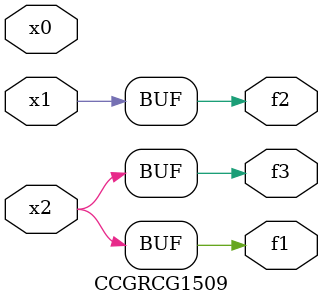
<source format=v>
module CCGRCG1509(
	input x0, x1, x2,
	output f1, f2, f3
);
	assign f1 = x2;
	assign f2 = x1;
	assign f3 = x2;
endmodule

</source>
